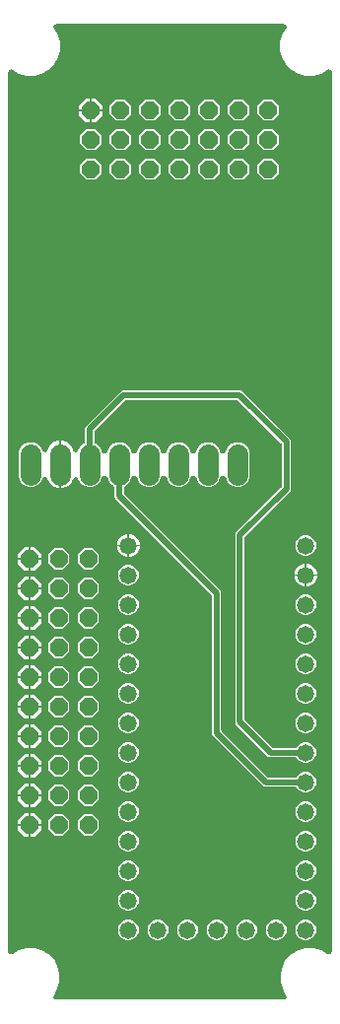
<source format=gbr>
G04 EAGLE Gerber RS-274X export*
G75*
%MOMM*%
%FSLAX34Y34*%
%LPD*%
%INBottom Copper*%
%IPPOS*%
%AMOC8*
5,1,8,0,0,1.08239X$1,22.5*%
G01*
G04 Define Apertures*
%ADD10C,1.473200*%
%ADD11P,1.64956X8X202.5*%
%ADD12C,1.778000*%
%ADD13P,1.64956X8X292.5*%
%ADD14C,0.500000*%
G36*
X248607Y11120D02*
X247632Y10922D01*
X52368Y10922D01*
X51187Y11218D01*
X50421Y11853D01*
X49964Y12737D01*
X49887Y13729D01*
X50203Y14672D01*
X53445Y20289D01*
X55160Y26688D01*
X55160Y33312D01*
X53445Y39711D01*
X50133Y45449D01*
X45449Y50133D01*
X39711Y53445D01*
X33312Y55160D01*
X26688Y55160D01*
X20289Y53445D01*
X14672Y50203D01*
X13502Y49869D01*
X12521Y50036D01*
X11683Y50572D01*
X11120Y51393D01*
X10922Y52368D01*
X10922Y807535D01*
X11218Y808715D01*
X11853Y809481D01*
X12737Y809939D01*
X13729Y810016D01*
X14672Y809700D01*
X20386Y806401D01*
X26785Y804686D01*
X33410Y804686D01*
X39809Y806401D01*
X45546Y809713D01*
X50230Y814398D01*
X53543Y820135D01*
X55257Y826534D01*
X55257Y833159D01*
X53543Y839558D01*
X50211Y845328D01*
X49877Y846498D01*
X50044Y847479D01*
X50580Y848317D01*
X51401Y848880D01*
X52376Y849078D01*
X247624Y849078D01*
X248804Y848782D01*
X249570Y848147D01*
X250028Y847263D01*
X250105Y846271D01*
X249789Y845328D01*
X246457Y839558D01*
X244743Y833159D01*
X244743Y826534D01*
X246457Y820135D01*
X249770Y814398D01*
X254454Y809713D01*
X260191Y806401D01*
X266590Y804686D01*
X273215Y804686D01*
X279614Y806401D01*
X285328Y809700D01*
X286498Y810033D01*
X287479Y809866D01*
X288317Y809330D01*
X288880Y808510D01*
X289078Y807535D01*
X289078Y52368D01*
X288782Y51187D01*
X288147Y50421D01*
X287263Y49964D01*
X286271Y49887D01*
X285328Y50203D01*
X279711Y53445D01*
X273312Y55160D01*
X266688Y55160D01*
X260289Y53445D01*
X254552Y50133D01*
X249867Y45449D01*
X246555Y39711D01*
X244840Y33312D01*
X244840Y26688D01*
X246555Y20289D01*
X249797Y14672D01*
X250131Y13502D01*
X249964Y12521D01*
X249428Y11683D01*
X248607Y11120D01*
G37*
%LPC*%
G36*
X71914Y775862D02*
X81312Y775862D01*
X81312Y785260D01*
X77866Y785260D01*
X71914Y779308D01*
X71914Y775862D01*
G37*
G36*
X82836Y775862D02*
X92234Y775862D01*
X92234Y779308D01*
X86282Y785260D01*
X82836Y785260D01*
X82836Y775862D01*
G37*
G36*
X230686Y765956D02*
X238262Y765956D01*
X243618Y771312D01*
X243618Y778888D01*
X238262Y784244D01*
X230686Y784244D01*
X225330Y778888D01*
X225330Y771312D01*
X230686Y765956D01*
G37*
G36*
X205286Y765956D02*
X212862Y765956D01*
X218218Y771312D01*
X218218Y778888D01*
X212862Y784244D01*
X205286Y784244D01*
X199930Y778888D01*
X199930Y771312D01*
X205286Y765956D01*
G37*
G36*
X179886Y765956D02*
X187462Y765956D01*
X192818Y771312D01*
X192818Y778888D01*
X187462Y784244D01*
X179886Y784244D01*
X174530Y778888D01*
X174530Y771312D01*
X179886Y765956D01*
G37*
G36*
X154486Y765956D02*
X162062Y765956D01*
X167418Y771312D01*
X167418Y778888D01*
X162062Y784244D01*
X154486Y784244D01*
X149130Y778888D01*
X149130Y771312D01*
X154486Y765956D01*
G37*
G36*
X129086Y765956D02*
X136662Y765956D01*
X142018Y771312D01*
X142018Y778888D01*
X136662Y784244D01*
X129086Y784244D01*
X123730Y778888D01*
X123730Y771312D01*
X129086Y765956D01*
G37*
G36*
X103686Y765956D02*
X111262Y765956D01*
X116618Y771312D01*
X116618Y778888D01*
X111262Y784244D01*
X103686Y784244D01*
X98330Y778888D01*
X98330Y771312D01*
X103686Y765956D01*
G37*
G36*
X82836Y764940D02*
X86282Y764940D01*
X92234Y770892D01*
X92234Y774338D01*
X82836Y774338D01*
X82836Y764940D01*
G37*
G36*
X77866Y764940D02*
X81312Y764940D01*
X81312Y774338D01*
X71914Y774338D01*
X71914Y770892D01*
X77866Y764940D01*
G37*
G36*
X129086Y740556D02*
X136662Y740556D01*
X142018Y745912D01*
X142018Y753488D01*
X136662Y758844D01*
X129086Y758844D01*
X123730Y753488D01*
X123730Y745912D01*
X129086Y740556D01*
G37*
G36*
X78286Y740556D02*
X85862Y740556D01*
X91218Y745912D01*
X91218Y753488D01*
X85862Y758844D01*
X78286Y758844D01*
X72930Y753488D01*
X72930Y745912D01*
X78286Y740556D01*
G37*
G36*
X103686Y740556D02*
X111262Y740556D01*
X116618Y745912D01*
X116618Y753488D01*
X111262Y758844D01*
X103686Y758844D01*
X98330Y753488D01*
X98330Y745912D01*
X103686Y740556D01*
G37*
G36*
X230686Y740556D02*
X238262Y740556D01*
X243618Y745912D01*
X243618Y753488D01*
X238262Y758844D01*
X230686Y758844D01*
X225330Y753488D01*
X225330Y745912D01*
X230686Y740556D01*
G37*
G36*
X205286Y740556D02*
X212862Y740556D01*
X218218Y745912D01*
X218218Y753488D01*
X212862Y758844D01*
X205286Y758844D01*
X199930Y753488D01*
X199930Y745912D01*
X205286Y740556D01*
G37*
G36*
X179886Y740556D02*
X187462Y740556D01*
X192818Y745912D01*
X192818Y753488D01*
X187462Y758844D01*
X179886Y758844D01*
X174530Y753488D01*
X174530Y745912D01*
X179886Y740556D01*
G37*
G36*
X154486Y740556D02*
X162062Y740556D01*
X167418Y745912D01*
X167418Y753488D01*
X162062Y758844D01*
X154486Y758844D01*
X149130Y753488D01*
X149130Y745912D01*
X154486Y740556D01*
G37*
G36*
X230686Y715156D02*
X238262Y715156D01*
X243618Y720512D01*
X243618Y728088D01*
X238262Y733444D01*
X230686Y733444D01*
X225330Y728088D01*
X225330Y720512D01*
X230686Y715156D01*
G37*
G36*
X179886Y715156D02*
X187462Y715156D01*
X192818Y720512D01*
X192818Y728088D01*
X187462Y733444D01*
X179886Y733444D01*
X174530Y728088D01*
X174530Y720512D01*
X179886Y715156D01*
G37*
G36*
X103686Y715156D02*
X111262Y715156D01*
X116618Y720512D01*
X116618Y728088D01*
X111262Y733444D01*
X103686Y733444D01*
X98330Y728088D01*
X98330Y720512D01*
X103686Y715156D01*
G37*
G36*
X205286Y715156D02*
X212862Y715156D01*
X218218Y720512D01*
X218218Y728088D01*
X212862Y733444D01*
X205286Y733444D01*
X199930Y728088D01*
X199930Y720512D01*
X205286Y715156D01*
G37*
G36*
X154486Y715156D02*
X162062Y715156D01*
X167418Y720512D01*
X167418Y728088D01*
X162062Y733444D01*
X154486Y733444D01*
X149130Y728088D01*
X149130Y720512D01*
X154486Y715156D01*
G37*
G36*
X129086Y715156D02*
X136662Y715156D01*
X142018Y720512D01*
X142018Y728088D01*
X136662Y733444D01*
X129086Y733444D01*
X123730Y728088D01*
X123730Y720512D01*
X129086Y715156D01*
G37*
G36*
X78286Y715156D02*
X85862Y715156D01*
X91218Y720512D01*
X91218Y728088D01*
X85862Y733444D01*
X78286Y733444D01*
X72930Y728088D01*
X72930Y720512D01*
X78286Y715156D01*
G37*
G36*
X264944Y188910D02*
X268480Y188910D01*
X271748Y190263D01*
X274249Y192764D01*
X275602Y196032D01*
X275602Y199568D01*
X274249Y202836D01*
X271748Y205337D01*
X268480Y206690D01*
X264944Y206690D01*
X261676Y205337D01*
X258896Y202556D01*
X258103Y202022D01*
X257128Y201824D01*
X234902Y201824D01*
X233964Y202007D01*
X233135Y202556D01*
X194756Y240935D01*
X194222Y241727D01*
X194024Y242702D01*
X194024Y360800D01*
X193411Y362279D01*
X111256Y444435D01*
X110722Y445227D01*
X110524Y446202D01*
X110524Y450434D01*
X110699Y451354D01*
X111242Y452188D01*
X112067Y452744D01*
X112399Y452881D01*
X115329Y455811D01*
X116890Y459581D01*
X117363Y460321D01*
X118170Y460903D01*
X119140Y461124D01*
X120120Y460949D01*
X120954Y460406D01*
X121510Y459581D01*
X123071Y455811D01*
X126001Y452881D01*
X129829Y451296D01*
X133972Y451296D01*
X137799Y452881D01*
X140729Y455811D01*
X142290Y459581D01*
X142763Y460321D01*
X143570Y460903D01*
X144540Y461124D01*
X145520Y460949D01*
X146354Y460406D01*
X146910Y459581D01*
X148471Y455811D01*
X151401Y452881D01*
X155229Y451296D01*
X159372Y451296D01*
X163199Y452881D01*
X166129Y455811D01*
X167690Y459581D01*
X168163Y460321D01*
X168970Y460903D01*
X169940Y461124D01*
X170920Y460949D01*
X171754Y460406D01*
X172310Y459581D01*
X173871Y455811D01*
X176801Y452881D01*
X180629Y451296D01*
X184772Y451296D01*
X188599Y452881D01*
X191529Y455811D01*
X193090Y459581D01*
X193563Y460321D01*
X194370Y460903D01*
X195340Y461124D01*
X196320Y460949D01*
X197154Y460406D01*
X197710Y459581D01*
X199271Y455811D01*
X202201Y452881D01*
X206029Y451296D01*
X210172Y451296D01*
X213999Y452881D01*
X216929Y455811D01*
X218514Y459639D01*
X218514Y481562D01*
X216929Y485389D01*
X213999Y488319D01*
X210172Y489904D01*
X206029Y489904D01*
X202201Y488319D01*
X199271Y485389D01*
X197710Y481619D01*
X197237Y480879D01*
X196430Y480297D01*
X195460Y480076D01*
X194480Y480251D01*
X193646Y480794D01*
X193090Y481619D01*
X191529Y485389D01*
X188599Y488319D01*
X184772Y489904D01*
X180629Y489904D01*
X176801Y488319D01*
X173871Y485389D01*
X172310Y481619D01*
X171837Y480879D01*
X171030Y480297D01*
X170060Y480076D01*
X169080Y480251D01*
X168246Y480794D01*
X167690Y481619D01*
X166129Y485389D01*
X163199Y488319D01*
X159372Y489904D01*
X155229Y489904D01*
X151401Y488319D01*
X148471Y485389D01*
X146910Y481619D01*
X146437Y480879D01*
X145630Y480297D01*
X144660Y480076D01*
X143680Y480251D01*
X142846Y480794D01*
X142290Y481619D01*
X140729Y485389D01*
X137799Y488319D01*
X133972Y489904D01*
X129829Y489904D01*
X126001Y488319D01*
X123071Y485389D01*
X121510Y481619D01*
X121037Y480879D01*
X120230Y480297D01*
X119260Y480076D01*
X118280Y480251D01*
X117446Y480794D01*
X116890Y481619D01*
X115329Y485389D01*
X112399Y488319D01*
X108572Y489904D01*
X104429Y489904D01*
X100601Y488319D01*
X97671Y485389D01*
X96110Y481619D01*
X95637Y480879D01*
X94830Y480297D01*
X93860Y480076D01*
X92880Y480251D01*
X92046Y480794D01*
X91490Y481619D01*
X89929Y485389D01*
X86999Y488319D01*
X86667Y488456D01*
X85885Y488970D01*
X85322Y489791D01*
X85124Y490766D01*
X85124Y498398D01*
X85307Y499336D01*
X85856Y500165D01*
X110935Y525244D01*
X111727Y525778D01*
X112702Y525976D01*
X207298Y525976D01*
X208236Y525793D01*
X209065Y525244D01*
X245244Y489065D01*
X245778Y488273D01*
X245976Y487298D01*
X245976Y452702D01*
X245793Y451764D01*
X245244Y450935D01*
X206589Y412279D01*
X205976Y410800D01*
X205976Y249200D01*
X206589Y247721D01*
X234521Y219789D01*
X236000Y219176D01*
X257128Y219176D01*
X258066Y218993D01*
X258896Y218444D01*
X261676Y215663D01*
X264944Y214310D01*
X268480Y214310D01*
X271748Y215663D01*
X274249Y218164D01*
X275602Y221432D01*
X275602Y224968D01*
X274249Y228236D01*
X271748Y230737D01*
X268480Y232090D01*
X264944Y232090D01*
X261676Y230737D01*
X258896Y227956D01*
X258103Y227422D01*
X257128Y227224D01*
X239502Y227224D01*
X238564Y227407D01*
X237735Y227956D01*
X214756Y250935D01*
X214222Y251727D01*
X214024Y252702D01*
X214024Y407298D01*
X214207Y408236D01*
X214756Y409065D01*
X253411Y447721D01*
X254024Y449200D01*
X254024Y490800D01*
X253411Y492279D01*
X212279Y533411D01*
X210800Y534024D01*
X109200Y534024D01*
X107721Y533411D01*
X77689Y503379D01*
X77076Y501900D01*
X77076Y490766D01*
X76901Y489846D01*
X76358Y489012D01*
X75533Y488456D01*
X75201Y488319D01*
X72271Y485389D01*
X71260Y482946D01*
X70787Y482207D01*
X69980Y481625D01*
X69010Y481404D01*
X68030Y481578D01*
X67196Y482121D01*
X66640Y482946D01*
X65390Y485965D01*
X62175Y489180D01*
X57974Y490920D01*
X56462Y490920D01*
X56462Y450280D01*
X57974Y450280D01*
X62175Y452020D01*
X65390Y455235D01*
X66640Y458254D01*
X67113Y458993D01*
X67920Y459575D01*
X68890Y459796D01*
X69870Y459622D01*
X70703Y459079D01*
X71260Y458254D01*
X72271Y455811D01*
X75201Y452881D01*
X79029Y451296D01*
X83172Y451296D01*
X86999Y452881D01*
X89929Y455811D01*
X91490Y459581D01*
X91963Y460321D01*
X92770Y460903D01*
X93740Y461124D01*
X94720Y460949D01*
X95554Y460406D01*
X96110Y459581D01*
X97671Y455811D01*
X100601Y452881D01*
X100933Y452744D01*
X101715Y452230D01*
X102278Y451409D01*
X102476Y450434D01*
X102476Y442700D01*
X103089Y441221D01*
X185244Y359065D01*
X185778Y358273D01*
X185976Y357298D01*
X185976Y239200D01*
X186589Y237721D01*
X229921Y194389D01*
X231400Y193776D01*
X257128Y193776D01*
X258066Y193593D01*
X258896Y193044D01*
X261676Y190263D01*
X264944Y188910D01*
G37*
G36*
X53426Y450280D02*
X54938Y450280D01*
X54938Y490920D01*
X53426Y490920D01*
X49225Y489180D01*
X46010Y485965D01*
X44760Y482946D01*
X44287Y482207D01*
X43480Y481625D01*
X42510Y481404D01*
X41530Y481578D01*
X40697Y482121D01*
X40140Y482946D01*
X39129Y485389D01*
X36199Y488319D01*
X32372Y489904D01*
X28229Y489904D01*
X24401Y488319D01*
X21471Y485389D01*
X19886Y481562D01*
X19886Y459639D01*
X21471Y455811D01*
X24401Y452881D01*
X28229Y451296D01*
X32372Y451296D01*
X36199Y452881D01*
X39129Y455811D01*
X40140Y458254D01*
X40613Y458993D01*
X41420Y459575D01*
X42390Y459796D01*
X43370Y459622D01*
X44204Y459079D01*
X44760Y458254D01*
X46010Y455235D01*
X49225Y452020D01*
X53426Y450280D01*
G37*
G36*
X104406Y401762D02*
X113550Y401762D01*
X113550Y410906D01*
X112342Y410906D01*
X108701Y409398D01*
X105914Y406611D01*
X104406Y402970D01*
X104406Y401762D01*
G37*
G36*
X115074Y401762D02*
X124218Y401762D01*
X124218Y402970D01*
X122710Y406611D01*
X119923Y409398D01*
X116282Y410906D01*
X115074Y410906D01*
X115074Y401762D01*
G37*
G36*
X264944Y392110D02*
X268480Y392110D01*
X271748Y393463D01*
X274249Y395964D01*
X275602Y399232D01*
X275602Y402768D01*
X274249Y406036D01*
X271748Y408537D01*
X268480Y409890D01*
X264944Y409890D01*
X261676Y408537D01*
X259175Y406036D01*
X257822Y402768D01*
X257822Y399232D01*
X259175Y395964D01*
X261676Y393463D01*
X264944Y392110D01*
G37*
G36*
X115074Y391094D02*
X116282Y391094D01*
X119923Y392602D01*
X122710Y395389D01*
X124218Y399030D01*
X124218Y400238D01*
X115074Y400238D01*
X115074Y391094D01*
G37*
G36*
X112342Y391094D02*
X113550Y391094D01*
X113550Y400238D01*
X104406Y400238D01*
X104406Y399030D01*
X105914Y395389D01*
X108701Y392602D01*
X112342Y391094D01*
G37*
G36*
X18940Y390604D02*
X28338Y390604D01*
X28338Y400002D01*
X24892Y400002D01*
X18940Y394050D01*
X18940Y390604D01*
G37*
G36*
X29862Y390604D02*
X39260Y390604D01*
X39260Y394050D01*
X33308Y400002D01*
X29862Y400002D01*
X29862Y390604D01*
G37*
G36*
X50712Y380698D02*
X58288Y380698D01*
X63644Y386054D01*
X63644Y393630D01*
X58288Y398986D01*
X50712Y398986D01*
X45356Y393630D01*
X45356Y386054D01*
X50712Y380698D01*
G37*
G36*
X76112Y380698D02*
X83688Y380698D01*
X89044Y386054D01*
X89044Y393630D01*
X83688Y398986D01*
X76112Y398986D01*
X70756Y393630D01*
X70756Y386054D01*
X76112Y380698D01*
G37*
G36*
X29862Y379682D02*
X33308Y379682D01*
X39260Y385634D01*
X39260Y389080D01*
X29862Y389080D01*
X29862Y379682D01*
G37*
G36*
X24892Y379682D02*
X28338Y379682D01*
X28338Y389080D01*
X18940Y389080D01*
X18940Y385634D01*
X24892Y379682D01*
G37*
G36*
X256806Y376362D02*
X265950Y376362D01*
X265950Y385506D01*
X264742Y385506D01*
X261101Y383998D01*
X258314Y381211D01*
X256806Y377570D01*
X256806Y376362D01*
G37*
G36*
X267474Y376362D02*
X276618Y376362D01*
X276618Y377570D01*
X275110Y381211D01*
X272323Y383998D01*
X268682Y385506D01*
X267474Y385506D01*
X267474Y376362D01*
G37*
G36*
X112544Y366710D02*
X116080Y366710D01*
X119348Y368063D01*
X121849Y370564D01*
X123202Y373832D01*
X123202Y377368D01*
X121849Y380636D01*
X119348Y383137D01*
X116080Y384490D01*
X112544Y384490D01*
X109276Y383137D01*
X106775Y380636D01*
X105422Y377368D01*
X105422Y373832D01*
X106775Y370564D01*
X109276Y368063D01*
X112544Y366710D01*
G37*
G36*
X267474Y365694D02*
X268682Y365694D01*
X272323Y367202D01*
X275110Y369989D01*
X276618Y373630D01*
X276618Y374838D01*
X267474Y374838D01*
X267474Y365694D01*
G37*
G36*
X264742Y365694D02*
X265950Y365694D01*
X265950Y374838D01*
X256806Y374838D01*
X256806Y373630D01*
X258314Y369989D01*
X261101Y367202D01*
X264742Y365694D01*
G37*
G36*
X18940Y365204D02*
X28338Y365204D01*
X28338Y374602D01*
X24892Y374602D01*
X18940Y368650D01*
X18940Y365204D01*
G37*
G36*
X29862Y365204D02*
X39260Y365204D01*
X39260Y368650D01*
X33308Y374602D01*
X29862Y374602D01*
X29862Y365204D01*
G37*
G36*
X50712Y355298D02*
X58288Y355298D01*
X63644Y360654D01*
X63644Y368230D01*
X58288Y373586D01*
X50712Y373586D01*
X45356Y368230D01*
X45356Y360654D01*
X50712Y355298D01*
G37*
G36*
X76112Y355298D02*
X83688Y355298D01*
X89044Y360654D01*
X89044Y368230D01*
X83688Y373586D01*
X76112Y373586D01*
X70756Y368230D01*
X70756Y360654D01*
X76112Y355298D01*
G37*
G36*
X24892Y354282D02*
X28338Y354282D01*
X28338Y363680D01*
X18940Y363680D01*
X18940Y360234D01*
X24892Y354282D01*
G37*
G36*
X29862Y354282D02*
X33308Y354282D01*
X39260Y360234D01*
X39260Y363680D01*
X29862Y363680D01*
X29862Y354282D01*
G37*
G36*
X264944Y341310D02*
X268480Y341310D01*
X271748Y342663D01*
X274249Y345164D01*
X275602Y348432D01*
X275602Y351968D01*
X274249Y355236D01*
X271748Y357737D01*
X268480Y359090D01*
X264944Y359090D01*
X261676Y357737D01*
X259175Y355236D01*
X257822Y351968D01*
X257822Y348432D01*
X259175Y345164D01*
X261676Y342663D01*
X264944Y341310D01*
G37*
G36*
X112544Y341310D02*
X116080Y341310D01*
X119348Y342663D01*
X121849Y345164D01*
X123202Y348432D01*
X123202Y351968D01*
X121849Y355236D01*
X119348Y357737D01*
X116080Y359090D01*
X112544Y359090D01*
X109276Y357737D01*
X106775Y355236D01*
X105422Y351968D01*
X105422Y348432D01*
X106775Y345164D01*
X109276Y342663D01*
X112544Y341310D01*
G37*
G36*
X18940Y339804D02*
X28338Y339804D01*
X28338Y349202D01*
X24892Y349202D01*
X18940Y343250D01*
X18940Y339804D01*
G37*
G36*
X29862Y339804D02*
X39260Y339804D01*
X39260Y343250D01*
X33308Y349202D01*
X29862Y349202D01*
X29862Y339804D01*
G37*
G36*
X76112Y329898D02*
X83688Y329898D01*
X89044Y335254D01*
X89044Y342830D01*
X83688Y348186D01*
X76112Y348186D01*
X70756Y342830D01*
X70756Y335254D01*
X76112Y329898D01*
G37*
G36*
X50712Y329898D02*
X58288Y329898D01*
X63644Y335254D01*
X63644Y342830D01*
X58288Y348186D01*
X50712Y348186D01*
X45356Y342830D01*
X45356Y335254D01*
X50712Y329898D01*
G37*
G36*
X29862Y328882D02*
X33308Y328882D01*
X39260Y334834D01*
X39260Y338280D01*
X29862Y338280D01*
X29862Y328882D01*
G37*
G36*
X24892Y328882D02*
X28338Y328882D01*
X28338Y338280D01*
X18940Y338280D01*
X18940Y334834D01*
X24892Y328882D01*
G37*
G36*
X264944Y315910D02*
X268480Y315910D01*
X271748Y317263D01*
X274249Y319764D01*
X275602Y323032D01*
X275602Y326568D01*
X274249Y329836D01*
X271748Y332337D01*
X268480Y333690D01*
X264944Y333690D01*
X261676Y332337D01*
X259175Y329836D01*
X257822Y326568D01*
X257822Y323032D01*
X259175Y319764D01*
X261676Y317263D01*
X264944Y315910D01*
G37*
G36*
X112544Y315910D02*
X116080Y315910D01*
X119348Y317263D01*
X121849Y319764D01*
X123202Y323032D01*
X123202Y326568D01*
X121849Y329836D01*
X119348Y332337D01*
X116080Y333690D01*
X112544Y333690D01*
X109276Y332337D01*
X106775Y329836D01*
X105422Y326568D01*
X105422Y323032D01*
X106775Y319764D01*
X109276Y317263D01*
X112544Y315910D01*
G37*
G36*
X18940Y314404D02*
X28338Y314404D01*
X28338Y323802D01*
X24892Y323802D01*
X18940Y317850D01*
X18940Y314404D01*
G37*
G36*
X29862Y314404D02*
X39260Y314404D01*
X39260Y317850D01*
X33308Y323802D01*
X29862Y323802D01*
X29862Y314404D01*
G37*
G36*
X50712Y304498D02*
X58288Y304498D01*
X63644Y309854D01*
X63644Y317430D01*
X58288Y322786D01*
X50712Y322786D01*
X45356Y317430D01*
X45356Y309854D01*
X50712Y304498D01*
G37*
G36*
X76112Y304498D02*
X83688Y304498D01*
X89044Y309854D01*
X89044Y317430D01*
X83688Y322786D01*
X76112Y322786D01*
X70756Y317430D01*
X70756Y309854D01*
X76112Y304498D01*
G37*
G36*
X29862Y303482D02*
X33308Y303482D01*
X39260Y309434D01*
X39260Y312880D01*
X29862Y312880D01*
X29862Y303482D01*
G37*
G36*
X24892Y303482D02*
X28338Y303482D01*
X28338Y312880D01*
X18940Y312880D01*
X18940Y309434D01*
X24892Y303482D01*
G37*
G36*
X264944Y290510D02*
X268480Y290510D01*
X271748Y291863D01*
X274249Y294364D01*
X275602Y297632D01*
X275602Y301168D01*
X274249Y304436D01*
X271748Y306937D01*
X268480Y308290D01*
X264944Y308290D01*
X261676Y306937D01*
X259175Y304436D01*
X257822Y301168D01*
X257822Y297632D01*
X259175Y294364D01*
X261676Y291863D01*
X264944Y290510D01*
G37*
G36*
X112544Y290510D02*
X116080Y290510D01*
X119348Y291863D01*
X121849Y294364D01*
X123202Y297632D01*
X123202Y301168D01*
X121849Y304436D01*
X119348Y306937D01*
X116080Y308290D01*
X112544Y308290D01*
X109276Y306937D01*
X106775Y304436D01*
X105422Y301168D01*
X105422Y297632D01*
X106775Y294364D01*
X109276Y291863D01*
X112544Y290510D01*
G37*
G36*
X18940Y289004D02*
X28338Y289004D01*
X28338Y298402D01*
X24892Y298402D01*
X18940Y292450D01*
X18940Y289004D01*
G37*
G36*
X29862Y289004D02*
X39260Y289004D01*
X39260Y292450D01*
X33308Y298402D01*
X29862Y298402D01*
X29862Y289004D01*
G37*
G36*
X76112Y279098D02*
X83688Y279098D01*
X89044Y284454D01*
X89044Y292030D01*
X83688Y297386D01*
X76112Y297386D01*
X70756Y292030D01*
X70756Y284454D01*
X76112Y279098D01*
G37*
G36*
X50712Y279098D02*
X58288Y279098D01*
X63644Y284454D01*
X63644Y292030D01*
X58288Y297386D01*
X50712Y297386D01*
X45356Y292030D01*
X45356Y284454D01*
X50712Y279098D01*
G37*
G36*
X29862Y278082D02*
X33308Y278082D01*
X39260Y284034D01*
X39260Y287480D01*
X29862Y287480D01*
X29862Y278082D01*
G37*
G36*
X24892Y278082D02*
X28338Y278082D01*
X28338Y287480D01*
X18940Y287480D01*
X18940Y284034D01*
X24892Y278082D01*
G37*
G36*
X112544Y265110D02*
X116080Y265110D01*
X119348Y266463D01*
X121849Y268964D01*
X123202Y272232D01*
X123202Y275768D01*
X121849Y279036D01*
X119348Y281537D01*
X116080Y282890D01*
X112544Y282890D01*
X109276Y281537D01*
X106775Y279036D01*
X105422Y275768D01*
X105422Y272232D01*
X106775Y268964D01*
X109276Y266463D01*
X112544Y265110D01*
G37*
G36*
X264944Y265110D02*
X268480Y265110D01*
X271748Y266463D01*
X274249Y268964D01*
X275602Y272232D01*
X275602Y275768D01*
X274249Y279036D01*
X271748Y281537D01*
X268480Y282890D01*
X264944Y282890D01*
X261676Y281537D01*
X259175Y279036D01*
X257822Y275768D01*
X257822Y272232D01*
X259175Y268964D01*
X261676Y266463D01*
X264944Y265110D01*
G37*
G36*
X18940Y263604D02*
X28338Y263604D01*
X28338Y273002D01*
X24892Y273002D01*
X18940Y267050D01*
X18940Y263604D01*
G37*
G36*
X29862Y263604D02*
X39260Y263604D01*
X39260Y267050D01*
X33308Y273002D01*
X29862Y273002D01*
X29862Y263604D01*
G37*
G36*
X50712Y253698D02*
X58288Y253698D01*
X63644Y259054D01*
X63644Y266630D01*
X58288Y271986D01*
X50712Y271986D01*
X45356Y266630D01*
X45356Y259054D01*
X50712Y253698D01*
G37*
G36*
X76112Y253698D02*
X83688Y253698D01*
X89044Y259054D01*
X89044Y266630D01*
X83688Y271986D01*
X76112Y271986D01*
X70756Y266630D01*
X70756Y259054D01*
X76112Y253698D01*
G37*
G36*
X24892Y252682D02*
X28338Y252682D01*
X28338Y262080D01*
X18940Y262080D01*
X18940Y258634D01*
X24892Y252682D01*
G37*
G36*
X29862Y252682D02*
X33308Y252682D01*
X39260Y258634D01*
X39260Y262080D01*
X29862Y262080D01*
X29862Y252682D01*
G37*
G36*
X264944Y239710D02*
X268480Y239710D01*
X271748Y241063D01*
X274249Y243564D01*
X275602Y246832D01*
X275602Y250368D01*
X274249Y253636D01*
X271748Y256137D01*
X268480Y257490D01*
X264944Y257490D01*
X261676Y256137D01*
X259175Y253636D01*
X257822Y250368D01*
X257822Y246832D01*
X259175Y243564D01*
X261676Y241063D01*
X264944Y239710D01*
G37*
G36*
X112544Y239710D02*
X116080Y239710D01*
X119348Y241063D01*
X121849Y243564D01*
X123202Y246832D01*
X123202Y250368D01*
X121849Y253636D01*
X119348Y256137D01*
X116080Y257490D01*
X112544Y257490D01*
X109276Y256137D01*
X106775Y253636D01*
X105422Y250368D01*
X105422Y246832D01*
X106775Y243564D01*
X109276Y241063D01*
X112544Y239710D01*
G37*
G36*
X18940Y238204D02*
X28338Y238204D01*
X28338Y247602D01*
X24892Y247602D01*
X18940Y241650D01*
X18940Y238204D01*
G37*
G36*
X29862Y238204D02*
X39260Y238204D01*
X39260Y241650D01*
X33308Y247602D01*
X29862Y247602D01*
X29862Y238204D01*
G37*
G36*
X50712Y228298D02*
X58288Y228298D01*
X63644Y233654D01*
X63644Y241230D01*
X58288Y246586D01*
X50712Y246586D01*
X45356Y241230D01*
X45356Y233654D01*
X50712Y228298D01*
G37*
G36*
X76112Y228298D02*
X83688Y228298D01*
X89044Y233654D01*
X89044Y241230D01*
X83688Y246586D01*
X76112Y246586D01*
X70756Y241230D01*
X70756Y233654D01*
X76112Y228298D01*
G37*
G36*
X29862Y227282D02*
X33308Y227282D01*
X39260Y233234D01*
X39260Y236680D01*
X29862Y236680D01*
X29862Y227282D01*
G37*
G36*
X24892Y227282D02*
X28338Y227282D01*
X28338Y236680D01*
X18940Y236680D01*
X18940Y233234D01*
X24892Y227282D01*
G37*
G36*
X112544Y214310D02*
X116080Y214310D01*
X119348Y215663D01*
X121849Y218164D01*
X123202Y221432D01*
X123202Y224968D01*
X121849Y228236D01*
X119348Y230737D01*
X116080Y232090D01*
X112544Y232090D01*
X109276Y230737D01*
X106775Y228236D01*
X105422Y224968D01*
X105422Y221432D01*
X106775Y218164D01*
X109276Y215663D01*
X112544Y214310D01*
G37*
G36*
X18940Y212804D02*
X28338Y212804D01*
X28338Y222202D01*
X24892Y222202D01*
X18940Y216250D01*
X18940Y212804D01*
G37*
G36*
X29862Y212804D02*
X39260Y212804D01*
X39260Y216250D01*
X33308Y222202D01*
X29862Y222202D01*
X29862Y212804D01*
G37*
G36*
X76112Y202898D02*
X83688Y202898D01*
X89044Y208254D01*
X89044Y215830D01*
X83688Y221186D01*
X76112Y221186D01*
X70756Y215830D01*
X70756Y208254D01*
X76112Y202898D01*
G37*
G36*
X50712Y202898D02*
X58288Y202898D01*
X63644Y208254D01*
X63644Y215830D01*
X58288Y221186D01*
X50712Y221186D01*
X45356Y215830D01*
X45356Y208254D01*
X50712Y202898D01*
G37*
G36*
X29862Y201882D02*
X33308Y201882D01*
X39260Y207834D01*
X39260Y211280D01*
X29862Y211280D01*
X29862Y201882D01*
G37*
G36*
X24892Y201882D02*
X28338Y201882D01*
X28338Y211280D01*
X18940Y211280D01*
X18940Y207834D01*
X24892Y201882D01*
G37*
G36*
X112544Y188910D02*
X116080Y188910D01*
X119348Y190263D01*
X121849Y192764D01*
X123202Y196032D01*
X123202Y199568D01*
X121849Y202836D01*
X119348Y205337D01*
X116080Y206690D01*
X112544Y206690D01*
X109276Y205337D01*
X106775Y202836D01*
X105422Y199568D01*
X105422Y196032D01*
X106775Y192764D01*
X109276Y190263D01*
X112544Y188910D01*
G37*
G36*
X18940Y187404D02*
X28338Y187404D01*
X28338Y196802D01*
X24892Y196802D01*
X18940Y190850D01*
X18940Y187404D01*
G37*
G36*
X29862Y187404D02*
X39260Y187404D01*
X39260Y190850D01*
X33308Y196802D01*
X29862Y196802D01*
X29862Y187404D01*
G37*
G36*
X76112Y177498D02*
X83688Y177498D01*
X89044Y182854D01*
X89044Y190430D01*
X83688Y195786D01*
X76112Y195786D01*
X70756Y190430D01*
X70756Y182854D01*
X76112Y177498D01*
G37*
G36*
X50712Y177498D02*
X58288Y177498D01*
X63644Y182854D01*
X63644Y190430D01*
X58288Y195786D01*
X50712Y195786D01*
X45356Y190430D01*
X45356Y182854D01*
X50712Y177498D01*
G37*
G36*
X29862Y176482D02*
X33308Y176482D01*
X39260Y182434D01*
X39260Y185880D01*
X29862Y185880D01*
X29862Y176482D01*
G37*
G36*
X24892Y176482D02*
X28338Y176482D01*
X28338Y185880D01*
X18940Y185880D01*
X18940Y182434D01*
X24892Y176482D01*
G37*
G36*
X264944Y163510D02*
X268480Y163510D01*
X271748Y164863D01*
X274249Y167364D01*
X275602Y170632D01*
X275602Y174168D01*
X274249Y177436D01*
X271748Y179937D01*
X268480Y181290D01*
X264944Y181290D01*
X261676Y179937D01*
X259175Y177436D01*
X257822Y174168D01*
X257822Y170632D01*
X259175Y167364D01*
X261676Y164863D01*
X264944Y163510D01*
G37*
G36*
X112544Y163510D02*
X116080Y163510D01*
X119348Y164863D01*
X121849Y167364D01*
X123202Y170632D01*
X123202Y174168D01*
X121849Y177436D01*
X119348Y179937D01*
X116080Y181290D01*
X112544Y181290D01*
X109276Y179937D01*
X106775Y177436D01*
X105422Y174168D01*
X105422Y170632D01*
X106775Y167364D01*
X109276Y164863D01*
X112544Y163510D01*
G37*
G36*
X18940Y162004D02*
X28338Y162004D01*
X28338Y171402D01*
X24892Y171402D01*
X18940Y165450D01*
X18940Y162004D01*
G37*
G36*
X29862Y162004D02*
X39260Y162004D01*
X39260Y165450D01*
X33308Y171402D01*
X29862Y171402D01*
X29862Y162004D01*
G37*
G36*
X50712Y152098D02*
X58288Y152098D01*
X63644Y157454D01*
X63644Y165030D01*
X58288Y170386D01*
X50712Y170386D01*
X45356Y165030D01*
X45356Y157454D01*
X50712Y152098D01*
G37*
G36*
X76112Y152098D02*
X83688Y152098D01*
X89044Y157454D01*
X89044Y165030D01*
X83688Y170386D01*
X76112Y170386D01*
X70756Y165030D01*
X70756Y157454D01*
X76112Y152098D01*
G37*
G36*
X29862Y151082D02*
X33308Y151082D01*
X39260Y157034D01*
X39260Y160480D01*
X29862Y160480D01*
X29862Y151082D01*
G37*
G36*
X24892Y151082D02*
X28338Y151082D01*
X28338Y160480D01*
X18940Y160480D01*
X18940Y157034D01*
X24892Y151082D01*
G37*
G36*
X112544Y138110D02*
X116080Y138110D01*
X119348Y139463D01*
X121849Y141964D01*
X123202Y145232D01*
X123202Y148768D01*
X121849Y152036D01*
X119348Y154537D01*
X116080Y155890D01*
X112544Y155890D01*
X109276Y154537D01*
X106775Y152036D01*
X105422Y148768D01*
X105422Y145232D01*
X106775Y141964D01*
X109276Y139463D01*
X112544Y138110D01*
G37*
G36*
X264944Y138110D02*
X268480Y138110D01*
X271748Y139463D01*
X274249Y141964D01*
X275602Y145232D01*
X275602Y148768D01*
X274249Y152036D01*
X271748Y154537D01*
X268480Y155890D01*
X264944Y155890D01*
X261676Y154537D01*
X259175Y152036D01*
X257822Y148768D01*
X257822Y145232D01*
X259175Y141964D01*
X261676Y139463D01*
X264944Y138110D01*
G37*
G36*
X112544Y112710D02*
X116080Y112710D01*
X119348Y114063D01*
X121849Y116564D01*
X123202Y119832D01*
X123202Y123368D01*
X121849Y126636D01*
X119348Y129137D01*
X116080Y130490D01*
X112544Y130490D01*
X109276Y129137D01*
X106775Y126636D01*
X105422Y123368D01*
X105422Y119832D01*
X106775Y116564D01*
X109276Y114063D01*
X112544Y112710D01*
G37*
G36*
X264944Y112710D02*
X268480Y112710D01*
X271748Y114063D01*
X274249Y116564D01*
X275602Y119832D01*
X275602Y123368D01*
X274249Y126636D01*
X271748Y129137D01*
X268480Y130490D01*
X264944Y130490D01*
X261676Y129137D01*
X259175Y126636D01*
X257822Y123368D01*
X257822Y119832D01*
X259175Y116564D01*
X261676Y114063D01*
X264944Y112710D01*
G37*
G36*
X112544Y87310D02*
X116080Y87310D01*
X119348Y88663D01*
X121849Y91164D01*
X123202Y94432D01*
X123202Y97968D01*
X121849Y101236D01*
X119348Y103737D01*
X116080Y105090D01*
X112544Y105090D01*
X109276Y103737D01*
X106775Y101236D01*
X105422Y97968D01*
X105422Y94432D01*
X106775Y91164D01*
X109276Y88663D01*
X112544Y87310D01*
G37*
G36*
X264944Y87310D02*
X268480Y87310D01*
X271748Y88663D01*
X274249Y91164D01*
X275602Y94432D01*
X275602Y97968D01*
X274249Y101236D01*
X271748Y103737D01*
X268480Y105090D01*
X264944Y105090D01*
X261676Y103737D01*
X259175Y101236D01*
X257822Y97968D01*
X257822Y94432D01*
X259175Y91164D01*
X261676Y88663D01*
X264944Y87310D01*
G37*
G36*
X239544Y61910D02*
X243080Y61910D01*
X246348Y63263D01*
X248849Y65764D01*
X250202Y69032D01*
X250202Y72568D01*
X248849Y75836D01*
X246348Y78337D01*
X243080Y79690D01*
X239544Y79690D01*
X236276Y78337D01*
X233775Y75836D01*
X232422Y72568D01*
X232422Y69032D01*
X233775Y65764D01*
X236276Y63263D01*
X239544Y61910D01*
G37*
G36*
X214144Y61910D02*
X217680Y61910D01*
X220948Y63263D01*
X223449Y65764D01*
X224802Y69032D01*
X224802Y72568D01*
X223449Y75836D01*
X220948Y78337D01*
X217680Y79690D01*
X214144Y79690D01*
X210876Y78337D01*
X208375Y75836D01*
X207022Y72568D01*
X207022Y69032D01*
X208375Y65764D01*
X210876Y63263D01*
X214144Y61910D01*
G37*
G36*
X188744Y61910D02*
X192280Y61910D01*
X195548Y63263D01*
X198049Y65764D01*
X199402Y69032D01*
X199402Y72568D01*
X198049Y75836D01*
X195548Y78337D01*
X192280Y79690D01*
X188744Y79690D01*
X185476Y78337D01*
X182975Y75836D01*
X181622Y72568D01*
X181622Y69032D01*
X182975Y65764D01*
X185476Y63263D01*
X188744Y61910D01*
G37*
G36*
X163344Y61910D02*
X166880Y61910D01*
X170148Y63263D01*
X172649Y65764D01*
X174002Y69032D01*
X174002Y72568D01*
X172649Y75836D01*
X170148Y78337D01*
X166880Y79690D01*
X163344Y79690D01*
X160076Y78337D01*
X157575Y75836D01*
X156222Y72568D01*
X156222Y69032D01*
X157575Y65764D01*
X160076Y63263D01*
X163344Y61910D01*
G37*
G36*
X137944Y61910D02*
X141480Y61910D01*
X144748Y63263D01*
X147249Y65764D01*
X148602Y69032D01*
X148602Y72568D01*
X147249Y75836D01*
X144748Y78337D01*
X141480Y79690D01*
X137944Y79690D01*
X134676Y78337D01*
X132175Y75836D01*
X130822Y72568D01*
X130822Y69032D01*
X132175Y65764D01*
X134676Y63263D01*
X137944Y61910D01*
G37*
G36*
X264944Y61910D02*
X268480Y61910D01*
X271748Y63263D01*
X274249Y65764D01*
X275602Y69032D01*
X275602Y72568D01*
X274249Y75836D01*
X271748Y78337D01*
X268480Y79690D01*
X264944Y79690D01*
X261676Y78337D01*
X259175Y75836D01*
X257822Y72568D01*
X257822Y69032D01*
X259175Y65764D01*
X261676Y63263D01*
X264944Y61910D01*
G37*
G36*
X112544Y61910D02*
X116080Y61910D01*
X119348Y63263D01*
X121849Y65764D01*
X123202Y69032D01*
X123202Y72568D01*
X121849Y75836D01*
X119348Y78337D01*
X116080Y79690D01*
X112544Y79690D01*
X109276Y78337D01*
X106775Y75836D01*
X105422Y72568D01*
X105422Y69032D01*
X106775Y65764D01*
X109276Y63263D01*
X112544Y61910D01*
G37*
%LPD*%
D10*
X114312Y350200D03*
X114312Y324800D03*
X114312Y299400D03*
X114312Y274000D03*
X114312Y248600D03*
X114312Y223200D03*
X114312Y197800D03*
X114312Y172400D03*
X114312Y147000D03*
X114312Y121600D03*
X114312Y96200D03*
X114312Y70800D03*
X266712Y70800D03*
X266712Y96200D03*
X266712Y121600D03*
X266712Y147000D03*
X266712Y172400D03*
X266712Y197800D03*
X266712Y223200D03*
X266712Y248600D03*
X266712Y274000D03*
X266712Y299400D03*
X266712Y324800D03*
X114312Y375600D03*
X266712Y350200D03*
X114312Y401000D03*
X266712Y401000D03*
X266712Y375600D03*
X241312Y70800D03*
X215912Y70800D03*
X190512Y70800D03*
X165112Y70800D03*
X139712Y70800D03*
D11*
X234474Y724300D03*
X209074Y724300D03*
X183674Y724300D03*
X158274Y724300D03*
X132874Y724300D03*
X107474Y724300D03*
X82074Y724300D03*
X234474Y749700D03*
X209074Y749700D03*
X183674Y749700D03*
X158274Y749700D03*
X132874Y749700D03*
X107474Y749700D03*
X82074Y749700D03*
X234474Y775100D03*
X209074Y775100D03*
X183674Y775100D03*
X158274Y775100D03*
X132874Y775100D03*
X107474Y775100D03*
X82074Y775100D03*
D12*
X106500Y479490D02*
X106500Y461710D01*
X131900Y461710D02*
X131900Y479490D01*
X81100Y479490D02*
X81100Y461710D01*
X55700Y461710D02*
X55700Y479490D01*
X30300Y479490D02*
X30300Y461710D01*
X157300Y461710D02*
X157300Y479490D01*
X182700Y479490D02*
X182700Y461710D01*
X208100Y461710D02*
X208100Y479490D01*
D13*
X79900Y389842D03*
X79900Y364442D03*
X79900Y339042D03*
X79900Y313642D03*
X79900Y288242D03*
X79900Y262842D03*
X79900Y237442D03*
X79900Y212042D03*
X79900Y186642D03*
X79900Y161242D03*
X54500Y389842D03*
X54500Y364442D03*
X54500Y339042D03*
X54500Y313642D03*
X54500Y288242D03*
X54500Y262842D03*
X54500Y237442D03*
X54500Y212042D03*
X54500Y186642D03*
X54500Y161242D03*
X29100Y389842D03*
X29100Y364442D03*
X29100Y339042D03*
X29100Y313642D03*
X29100Y288242D03*
X29100Y262842D03*
X29100Y237442D03*
X29100Y212042D03*
X29100Y186642D03*
X29100Y161242D03*
D14*
X81100Y470600D02*
X81100Y501100D01*
X110000Y530000D01*
X210000Y530000D01*
X250000Y490000D01*
X250000Y450000D01*
X210000Y410000D01*
X210000Y250000D01*
X236800Y223200D01*
X266712Y223200D01*
X106500Y443500D02*
X106500Y470600D01*
X106500Y443500D02*
X190000Y360000D01*
X190000Y240000D01*
X232200Y197800D01*
X266712Y197800D01*
M02*

</source>
